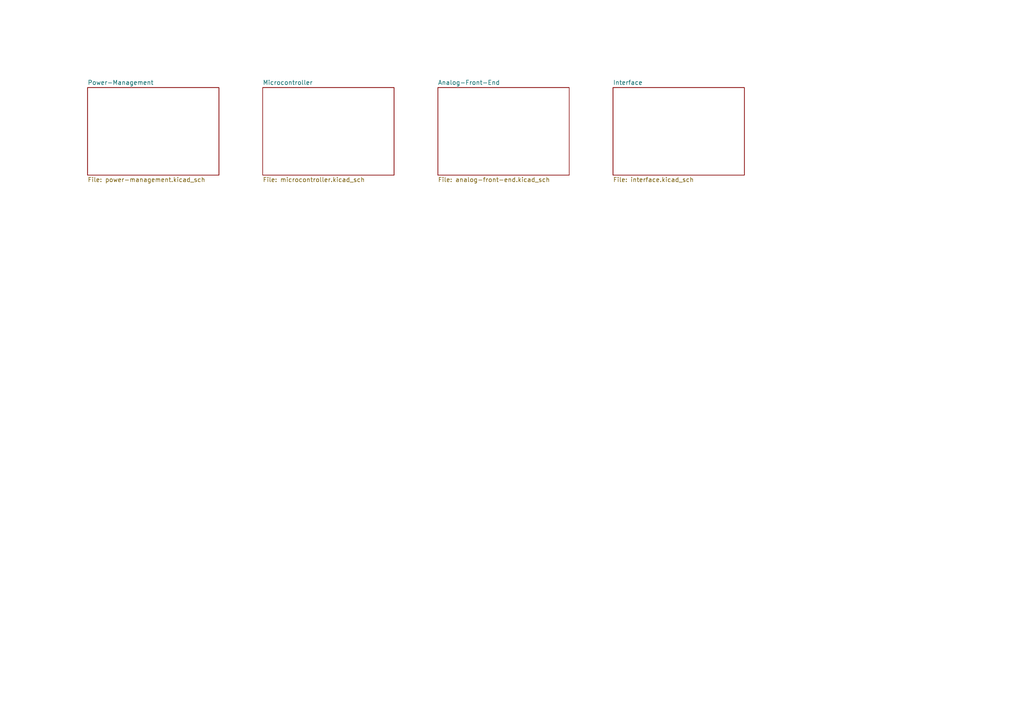
<source format=kicad_sch>
(kicad_sch
	(version 20250114)
	(generator "eeschema")
	(generator_version "9.0")
	(uuid "c64dd145-0f4c-4c77-900a-1b0abcfa5bf7")
	(paper "A4")
	(lib_symbols)
	(sheet
		(at 25.4 25.4)
		(size 38.1 25.4)
		(exclude_from_sim no)
		(in_bom yes)
		(on_board yes)
		(dnp no)
		(fields_autoplaced yes)
		(stroke
			(width 0.1524)
			(type solid)
		)
		(fill
			(color 0 0 0 0.0000)
		)
		(uuid "25bdf18a-268e-4882-8cfb-8d1ec1e8aca5")
		(property "Sheetname" "Power-Management"
			(at 25.4 24.6884 0)
			(effects
				(font
					(size 1.27 1.27)
				)
				(justify left bottom)
			)
		)
		(property "Sheetfile" "power-management.kicad_sch"
			(at 25.4 51.3846 0)
			(effects
				(font
					(size 1.27 1.27)
				)
				(justify left top)
			)
		)
		(instances
			(project "HANDS-EMG-BOARD"
				(path "/c64dd145-0f4c-4c77-900a-1b0abcfa5bf7"
					(page "2")
				)
			)
		)
	)
	(sheet
		(at 177.8 25.4)
		(size 38.1 25.4)
		(exclude_from_sim no)
		(in_bom yes)
		(on_board yes)
		(dnp no)
		(fields_autoplaced yes)
		(stroke
			(width 0.1524)
			(type solid)
		)
		(fill
			(color 0 0 0 0.0000)
		)
		(uuid "405ff977-3c1c-429b-afd7-ddb67b383e1d")
		(property "Sheetname" "Interface"
			(at 177.8 24.6884 0)
			(effects
				(font
					(size 1.27 1.27)
				)
				(justify left bottom)
			)
		)
		(property "Sheetfile" "interface.kicad_sch"
			(at 177.8 51.3846 0)
			(effects
				(font
					(size 1.27 1.27)
				)
				(justify left top)
			)
		)
		(instances
			(project "HANDS-EMG-BOARD"
				(path "/c64dd145-0f4c-4c77-900a-1b0abcfa5bf7"
					(page "5")
				)
			)
		)
	)
	(sheet
		(at 127 25.4)
		(size 38.1 25.4)
		(exclude_from_sim no)
		(in_bom yes)
		(on_board yes)
		(dnp no)
		(fields_autoplaced yes)
		(stroke
			(width 0.1524)
			(type solid)
		)
		(fill
			(color 0 0 0 0.0000)
		)
		(uuid "43e1cf89-9da7-468c-aaa1-b0e27d8c8ab2")
		(property "Sheetname" "Analog-Front-End"
			(at 127 24.6884 0)
			(effects
				(font
					(size 1.27 1.27)
				)
				(justify left bottom)
			)
		)
		(property "Sheetfile" "analog-front-end.kicad_sch"
			(at 127 51.3846 0)
			(effects
				(font
					(size 1.27 1.27)
				)
				(justify left top)
			)
		)
		(instances
			(project "HANDS-EMG-BOARD"
				(path "/c64dd145-0f4c-4c77-900a-1b0abcfa5bf7"
					(page "4")
				)
			)
		)
	)
	(sheet
		(at 76.2 25.4)
		(size 38.1 25.4)
		(exclude_from_sim no)
		(in_bom yes)
		(on_board yes)
		(dnp no)
		(fields_autoplaced yes)
		(stroke
			(width 0.1524)
			(type solid)
		)
		(fill
			(color 0 0 0 0.0000)
		)
		(uuid "b92d9287-04d1-408d-8074-0ae0e4d270af")
		(property "Sheetname" "Microcontroller"
			(at 76.2 24.6884 0)
			(effects
				(font
					(size 1.27 1.27)
				)
				(justify left bottom)
			)
		)
		(property "Sheetfile" "microcontroller.kicad_sch"
			(at 76.2 51.3846 0)
			(effects
				(font
					(size 1.27 1.27)
				)
				(justify left top)
			)
		)
		(instances
			(project "HANDS-EMG-BOARD"
				(path "/c64dd145-0f4c-4c77-900a-1b0abcfa5bf7"
					(page "3")
				)
			)
		)
	)
	(sheet_instances
		(path "/"
			(page "1")
		)
	)
	(embedded_fonts no)
)

</source>
